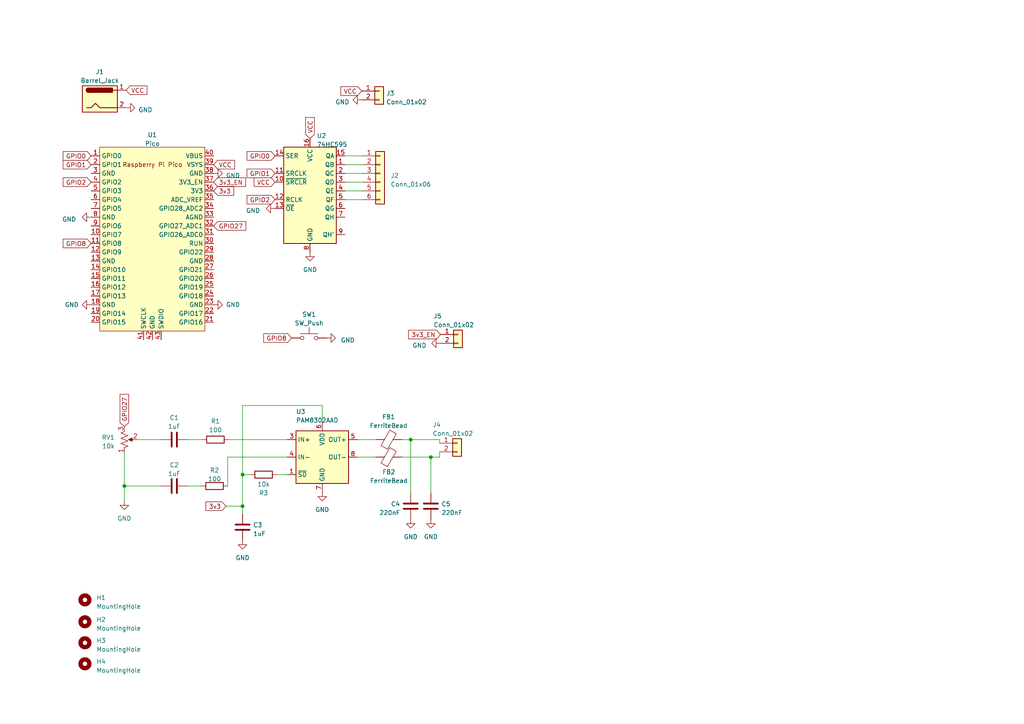
<source format=kicad_sch>
(kicad_sch (version 20230121) (generator eeschema)
  (paper "A4")
  (lib_symbols
    (symbol "74xx:74HC595"
      (property "Reference" "U" (at -7.62 13.97 0))
      (property "Value" "74HC595" (at -7.62 -16.51 0))
      (symbol "74HC595_1_0"
        (pin tri_state line (at 10.16 7.62 180) (length 2.54) (name "QB") (number "1"))
        (pin input line (at -10.16 2.54 0) (length 2.54) (name "~{SRCLR}") (number "10"))
        (pin input line (at -10.16 5.08 0) (length 2.54) (name "SRCLK") (number "11"))
        (pin input line (at -10.16 -2.54 0) (length 2.54) (name "RCLK") (number "12"))
        (pin input line (at -10.16 -5.08 0) (length 2.54) (name "~{OE}") (number "13"))
        (pin input line (at -10.16 10.16 0) (length 2.54) (name "SER") (number "14"))
        (pin tri_state line (at 10.16 10.16 180) (length 2.54) (name "QA") (number "15"))
        (pin power_in line (at 0 15.24 270) (length 2.54) (name "VCC") (number "16"))
        (pin tri_state line (at 10.16 5.08 180) (length 2.54) (name "QC") (number "2"))
        (pin tri_state line (at 10.16 2.54 180) (length 2.54) (name "QD") (number "3"))
        (pin tri_state line (at 10.16 0 180) (length 2.54) (name "QE") (number "4"))
        (pin tri_state line (at 10.16 -2.54 180) (length 2.54) (name "QF") (number "5"))
        (pin tri_state line (at 10.16 -5.08 180) (length 2.54) (name "QG") (number "6"))
        (pin tri_state line (at 10.16 -7.62 180) (length 2.54) (name "QH") (number "7"))
        (pin power_in line (at 0 -17.78 90) (length 2.54) (name "GND") (number "8"))
        (pin output line (at 10.16 -12.7 180) (length 2.54) (name "QH'") (number "9"))
      )
      (symbol "74HC595_1_1"
        (rectangle (start -7.62 12.7) (end 7.62 -15.24) (stroke (width 0.254)) (fill (type background)))
      )
    )
    (symbol "Amplifier_Audio:PAM8302AAD"
      (property "Reference" "U" (at 7.62 11.43 0))
      (property "Value" "PAM8302AAD" (at 7.62 8.89 0))
      (symbol "PAM8302AAD_0_1"
        (rectangle (start -7.62 7.62) (end 7.62 -7.62) (stroke (width 0.254)) (fill (type background)))
      )
      (symbol "PAM8302AAD_1_1"
        (pin input line (at -10.16 -5.08 0) (length 2.54) (name "~{SD}") (number "1"))
        (pin no_connect line (at 7.62 -5.08 180) (length 2.54) hide (name "NC") (number "2"))
        (pin input line (at -10.16 5.08 0) (length 2.54) (name "IN+") (number "3"))
        (pin input line (at -10.16 0 0) (length 2.54) (name "IN-") (number "4"))
        (pin output line (at 10.16 5.08 180) (length 2.54) (name "OUT+") (number "5"))
        (pin power_in line (at 0 10.16 270) (length 2.54) (name "VDD") (number "6"))
        (pin power_in line (at 0 -10.16 90) (length 2.54) (name "GND") (number "7"))
        (pin output line (at 10.16 0 180) (length 2.54) (name "OUT-") (number "8"))
      )
    )
    (symbol "Connector:Barrel_Jack" (pin_names (offset 1.016))
      (property "Reference" "J" (at 0 5.334 0))
      (property "Value" "Barrel_Jack" (at 0 -5.08 0))
      (symbol "Barrel_Jack_0_1"
        (rectangle (start -5.08 3.81) (end 5.08 -3.81) (stroke (width 0.254)) (fill (type background)))
        (arc (start -3.302 3.175) (mid -3.9343 2.54) (end -3.302 1.905) (stroke (width 0.254)))
        (arc (start -3.302 3.175) (mid -3.9343 2.54) (end -3.302 1.905) (stroke (width 0.254)) (fill (type outline)))
        (polyline (pts (xy 5.08 2.54) (xy 3.81 2.54)) (stroke (width 0.254)))
        (polyline (pts (xy -3.81 -2.54) (xy -2.54 -2.54) (xy -1.27 -1.27) (xy 0 -2.54) (xy 2.54 -2.54) (xy 5.08 -2.54)) (stroke (width 0.254)))
        (rectangle (start 3.683 3.175) (end -3.302 1.905) (stroke (width 0.254)) (fill (type outline)))
      )
      (symbol "Barrel_Jack_1_1"
        (pin passive line (at 7.62 2.54 180) (length 2.54) (name "~") (number "1"))
        (pin passive line (at 7.62 -2.54 180) (length 2.54) (name "~") (number "2"))
      )
    )
    (symbol "Connector_Generic:Conn_01x02" (pin_names (offset 1.016) hide)
      (property "Reference" "J" (at 0 2.54 0))
      (property "Value" "Conn_01x02" (at 0 -5.08 0))
      (symbol "Conn_01x02_1_1"
        (rectangle (start -1.27 -2.413) (end 0 -2.667) (stroke (width 0.1524)))
        (rectangle (start -1.27 0.127) (end 0 -0.127) (stroke (width 0.1524)))
        (rectangle (start -1.27 1.27) (end 1.27 -3.81) (stroke (width 0.254)) (fill (type background)))
        (pin passive line (at -5.08 0 0) (length 3.81) (name "Pin_1") (number "1"))
        (pin passive line (at -5.08 -2.54 0) (length 3.81) (name "Pin_2") (number "2"))
      )
    )
    (symbol "Connector_Generic:Conn_01x06" (pin_names (offset 1.016) hide)
      (property "Reference" "J" (at 0 7.62 0))
      (property "Value" "Conn_01x06" (at 0 -10.16 0))
      (symbol "Conn_01x06_1_1"
        (rectangle (start -1.27 -7.493) (end 0 -7.747) (stroke (width 0.1524)))
        (rectangle (start -1.27 -4.953) (end 0 -5.207) (stroke (width 0.1524)))
        (rectangle (start -1.27 -2.413) (end 0 -2.667) (stroke (width 0.1524)))
        (rectangle (start -1.27 0.127) (end 0 -0.127) (stroke (width 0.1524)))
        (rectangle (start -1.27 2.667) (end 0 2.413) (stroke (width 0.1524)))
        (rectangle (start -1.27 5.207) (end 0 4.953) (stroke (width 0.1524)))
        (rectangle (start -1.27 6.35) (end 1.27 -8.89) (stroke (width 0.254)) (fill (type background)))
        (pin passive line (at -5.08 5.08 0) (length 3.81) (name "Pin_1") (number "1"))
        (pin passive line (at -5.08 2.54 0) (length 3.81) (name "Pin_2") (number "2"))
        (pin passive line (at -5.08 0 0) (length 3.81) (name "Pin_3") (number "3"))
        (pin passive line (at -5.08 -2.54 0) (length 3.81) (name "Pin_4") (number "4"))
        (pin passive line (at -5.08 -5.08 0) (length 3.81) (name "Pin_5") (number "5"))
        (pin passive line (at -5.08 -7.62 0) (length 3.81) (name "Pin_6") (number "6"))
      )
    )
    (symbol "Device:C" (pin_numbers hide) (pin_names (offset 0.254))
      (property "Reference" "C" (at 0.635 2.54 0))
      (property "Value" "C" (at 0.635 -2.54 0))
      (symbol "C_0_1"
        (polyline (pts (xy -2.032 -0.762) (xy 2.032 -0.762)) (stroke (width 0.508)))
        (polyline (pts (xy -2.032 0.762) (xy 2.032 0.762)) (stroke (width 0.508)))
      )
      (symbol "C_1_1"
        (pin passive line (at 0 3.81 270) (length 2.794) (name "~") (number "1"))
        (pin passive line (at 0 -3.81 90) (length 2.794) (name "~") (number "2"))
      )
    )
    (symbol "Device:FerriteBead" (pin_numbers hide) (pin_names (offset 0))
      (property "Reference" "FB" (at -3.81 0.635 90))
      (property "Value" "FerriteBead" (at 3.81 0 90))
      (symbol "FerriteBead_0_1"
        (polyline (pts (xy 0 -1.27) (xy 0 -1.2192)))
        (polyline (pts (xy 0 1.27) (xy 0 1.2954)))
        (polyline (pts (xy -2.7686 0.4064) (xy -1.7018 2.2606) (xy 2.7686 -0.3048) (xy 1.6764 -2.159) (xy -2.7686 0.4064)))
      )
      (symbol "FerriteBead_1_1"
        (pin passive line (at 0 3.81 270) (length 2.54) (name "~") (number "1"))
        (pin passive line (at 0 -3.81 90) (length 2.54) (name "~") (number "2"))
      )
    )
    (symbol "Device:R" (pin_numbers hide) (pin_names (offset 0))
      (property "Reference" "R" (at 2.032 0 90))
      (property "Value" "R" (at 0 0 90))
      (symbol "R_0_1"
        (rectangle (start -1.016 -2.54) (end 1.016 2.54) (stroke (width 0.254)))
      )
      (symbol "R_1_1"
        (pin passive line (at 0 3.81 270) (length 1.27) (name "~") (number "1"))
        (pin passive line (at 0 -3.81 90) (length 1.27) (name "~") (number "2"))
      )
    )
    (symbol "Device:R_Potentiometer_US" (pin_names (offset 1.016) hide)
      (property "Reference" "RV" (at -4.445 0 90))
      (property "Value" "R_Potentiometer_US" (at -2.54 0 90))
      (symbol "R_Potentiometer_US_0_1"
        (polyline (pts (xy 0 -2.286) (xy 0 -2.54)))
        (polyline (pts (xy 0 2.54) (xy 0 2.286)))
        (polyline (pts (xy 2.54 0) (xy 1.524 0)))
        (polyline (pts (xy 1.143 0) (xy 2.286 0.508) (xy 2.286 -0.508) (xy 1.143 0)) (fill (type outline)))
        (polyline (pts (xy 0 -0.762) (xy 1.016 -1.143) (xy 0 -1.524) (xy -1.016 -1.905) (xy 0 -2.286)))
        (polyline (pts (xy 0 0.762) (xy 1.016 0.381) (xy 0 0) (xy -1.016 -0.381) (xy 0 -0.762)))
        (polyline (pts (xy 0 2.286) (xy 1.016 1.905) (xy 0 1.524) (xy -1.016 1.143) (xy 0 0.762)))
      )
      (symbol "R_Potentiometer_US_1_1"
        (pin passive line (at 0 3.81 270) (length 1.27) (name "1") (number "1"))
        (pin passive line (at 3.81 0 180) (length 1.27) (name "2") (number "2"))
        (pin passive line (at 0 -3.81 90) (length 1.27) (name "3") (number "3"))
      )
    )
    (symbol "MCU_RaspberryPi_and_Boards:Pico"
      (property "Reference" "U" (at -13.97 27.94 0))
      (property "Value" "Pico" (at 0 19.05 0))
      (symbol "Pico_0_0"
        (text "Raspberry Pi Pico" (at 0 21.59 0) (effects (font (size 1.27 1.27))))
      )
      (symbol "Pico_0_1"
        (rectangle (start -15.24 26.67) (end 15.24 -26.67) (fill (type background)))
      )
      (symbol "Pico_1_1"
        (pin bidirectional line (at -17.78 24.13 0) (length 2.54) (name "GPIO0") (number "1"))
        (pin bidirectional line (at -17.78 1.27 0) (length 2.54) (name "GPIO7") (number "10"))
        (pin bidirectional line (at -17.78 -1.27 0) (length 2.54) (name "GPIO8") (number "11"))
        (pin bidirectional line (at -17.78 -3.81 0) (length 2.54) (name "GPIO9") (number "12"))
        (pin power_in line (at -17.78 -6.35 0) (length 2.54) (name "GND") (number "13"))
        (pin bidirectional line (at -17.78 -8.89 0) (length 2.54) (name "GPIO10") (number "14"))
        (pin bidirectional line (at -17.78 -11.43 0) (length 2.54) (name "GPIO11") (number "15"))
        (pin bidirectional line (at -17.78 -13.97 0) (length 2.54) (name "GPIO12") (number "16"))
        (pin bidirectional line (at -17.78 -16.51 0) (length 2.54) (name "GPIO13") (number "17"))
        (pin power_in line (at -17.78 -19.05 0) (length 2.54) (name "GND") (number "18"))
        (pin bidirectional line (at -17.78 -21.59 0) (length 2.54) (name "GPIO14") (number "19"))
        (pin bidirectional line (at -17.78 21.59 0) (length 2.54) (name "GPIO1") (number "2"))
        (pin bidirectional line (at -17.78 -24.13 0) (length 2.54) (name "GPIO15") (number "20"))
        (pin bidirectional line (at 17.78 -24.13 180) (length 2.54) (name "GPIO16") (number "21"))
        (pin bidirectional line (at 17.78 -21.59 180) (length 2.54) (name "GPIO17") (number "22"))
        (pin power_in line (at 17.78 -19.05 180) (length 2.54) (name "GND") (number "23"))
        (pin bidirectional line (at 17.78 -16.51 180) (length 2.54) (name "GPIO18") (number "24"))
        (pin bidirectional line (at 17.78 -13.97 180) (length 2.54) (name "GPIO19") (number "25"))
        (pin bidirectional line (at 17.78 -11.43 180) (length 2.54) (name "GPIO20") (number "26"))
        (pin bidirectional line (at 17.78 -8.89 180) (length 2.54) (name "GPIO21") (number "27"))
        (pin power_in line (at 17.78 -6.35 180) (length 2.54) (name "GND") (number "28"))
        (pin bidirectional line (at 17.78 -3.81 180) (length 2.54) (name "GPIO22") (number "29"))
        (pin power_in line (at -17.78 19.05 0) (length 2.54) (name "GND") (number "3"))
        (pin input line (at 17.78 -1.27 180) (length 2.54) (name "RUN") (number "30"))
        (pin bidirectional line (at 17.78 1.27 180) (length 2.54) (name "GPIO26_ADC0") (number "31"))
        (pin bidirectional line (at 17.78 3.81 180) (length 2.54) (name "GPIO27_ADC1") (number "32"))
        (pin power_in line (at 17.78 6.35 180) (length 2.54) (name "AGND") (number "33"))
        (pin bidirectional line (at 17.78 8.89 180) (length 2.54) (name "GPIO28_ADC2") (number "34"))
        (pin power_in line (at 17.78 11.43 180) (length 2.54) (name "ADC_VREF") (number "35"))
        (pin power_in line (at 17.78 13.97 180) (length 2.54) (name "3V3") (number "36"))
        (pin input line (at 17.78 16.51 180) (length 2.54) (name "3V3_EN") (number "37"))
        (pin bidirectional line (at 17.78 19.05 180) (length 2.54) (name "GND") (number "38"))
        (pin power_in line (at 17.78 21.59 180) (length 2.54) (name "VSYS") (number "39"))
        (pin bidirectional line (at -17.78 16.51 0) (length 2.54) (name "GPIO2") (number "4"))
        (pin power_in line (at 17.78 24.13 180) (length 2.54) (name "VBUS") (number "40"))
        (pin input line (at -2.54 -29.21 90) (length 2.54) (name "SWCLK") (number "41"))
        (pin power_in line (at 0 -29.21 90) (length 2.54) (name "GND") (number "42"))
        (pin bidirectional line (at 2.54 -29.21 90) (length 2.54) (name "SWDIO") (number "43"))
        (pin bidirectional line (at -17.78 13.97 0) (length 2.54) (name "GPIO3") (number "5"))
        (pin bidirectional line (at -17.78 11.43 0) (length 2.54) (name "GPIO4") (number "6"))
        (pin bidirectional line (at -17.78 8.89 0) (length 2.54) (name "GPIO5") (number "7"))
        (pin power_in line (at -17.78 6.35 0) (length 2.54) (name "GND") (number "8"))
        (pin bidirectional line (at -17.78 3.81 0) (length 2.54) (name "GPIO6") (number "9"))
      )
    )
    (symbol "Mechanical:MountingHole" (pin_names (offset 1.016))
      (property "Reference" "H" (at 0 5.08 0))
      (property "Value" "MountingHole" (at 0 3.175 0))
      (symbol "MountingHole_0_1"
        (circle (center 0 0) (radius 1.27) (stroke (width 1.27)))
      )
    )
    (symbol "Switch:SW_Push" (pin_numbers hide) (pin_names (offset 1.016) hide)
      (property "Reference" "SW" (at 1.27 2.54 0))
      (property "Value" "SW_Push" (at 0 -1.524 0))
      (symbol "SW_Push_0_1"
        (circle (center -2.032 0) (radius 0.508))
        (polyline (pts (xy 0 1.27) (xy 0 3.048)))
        (polyline (pts (xy 2.54 1.27) (xy -2.54 1.27)))
        (circle (center 2.032 0) (radius 0.508))
        (pin passive line (at -5.08 0 0) (length 2.54) (name "1") (number "1"))
        (pin passive line (at 5.08 0 180) (length 2.54) (name "2") (number "2"))
      )
    )
    (symbol "power:GND" (power) (pin_names (offset 0))
      (property "Value" "GND" (at 0 -3.81 0))
      (symbol "GND_0_1"
        (polyline (pts (xy 0 0) (xy 0 -1.27) (xy 1.27 -1.27) (xy 0 -2.54) (xy -1.27 -1.27) (xy 0 -1.27)))
      )
      (symbol "GND_1_1"
        (pin power_in line (at 0 0 270) (length 0) hide (name "GND") (number "1"))
      )
    )
  )
  (junction (at 36.068 140.97))
  (junction (at 119.126 127.508))
  (junction (at 124.968 132.588))
  (junction (at 70.358 137.668))
  (junction (at 70.358 146.812))
  (wire (pts (xy 119.126 127.508) (xy 127.508 127.508)))
  (wire (pts (xy 72.644 137.668) (xy 70.358 137.668)))
  (wire (pts (xy 116.586 127.508) (xy 119.126 127.508)))
  (wire (pts (xy 100.076 57.912) (xy 105.156 57.912)))
  (wire (pts (xy 103.632 127.508) (xy 108.966 127.508)))
  (wire (pts (xy 124.968 132.588) (xy 124.968 143.002)))
  (wire (pts (xy 46.736 140.97) (xy 36.068 140.97)))
  (wire (pts (xy 66.04 132.588) (xy 83.312 132.588)))
  (wire (pts (xy 36.068 140.97) (xy 36.068 145.288)))
  (wire (pts (xy 70.358 117.602) (xy 70.358 137.668)))
  (wire (pts (xy 54.356 140.97) (xy 58.42 140.97)))
  (wire (pts (xy 100.076 45.212) (xy 105.156 45.212)))
  (wire (pts (xy 100.076 55.372) (xy 105.156 55.372)))
  (wire (pts (xy 93.472 117.602) (xy 93.472 122.428)))
  (wire (pts (xy 100.076 52.832) (xy 105.156 52.832)))
  (wire (pts (xy 54.356 127.508) (xy 58.674 127.508)))
  (wire (pts (xy 70.358 137.668) (xy 70.358 146.812)))
  (wire (pts (xy 119.126 127.508) (xy 119.126 143.002)))
  (wire (pts (xy 80.264 137.668) (xy 83.312 137.668)))
  (wire (pts (xy 100.076 50.292) (xy 105.156 50.292)))
  (wire (pts (xy 100.076 47.752) (xy 105.156 47.752)))
  (wire (pts (xy 39.878 127.508) (xy 46.736 127.508)))
  (wire (pts (xy 93.472 117.602) (xy 70.358 117.602)))
  (wire (pts (xy 36.068 140.97) (xy 36.068 131.318)))
  (wire (pts (xy 127.508 127.508) (xy 127.508 128.524)))
  (wire (pts (xy 124.968 132.588) (xy 127.508 132.588)))
  (wire (pts (xy 127.508 132.588) (xy 127.508 131.064)))
  (wire (pts (xy 66.294 127.508) (xy 83.312 127.508)))
  (wire (pts (xy 66.04 140.97) (xy 66.04 132.588)))
  (wire (pts (xy 70.358 146.812) (xy 70.358 149.098)))
  (wire (pts (xy 116.586 132.588) (xy 124.968 132.588)))
  (wire (pts (xy 103.632 132.588) (xy 108.966 132.588)))
  (wire (pts (xy 65.532 146.812) (xy 70.358 146.812)))
  (global_label "GPIO2" (shape input) (at 79.756 57.912 180) (property "Intersheetrefs" "${INTERSHEET_REFS}" (effects hide)))
  (global_label "GPIO27" (shape input) (at 36.068 123.698 90) (property "Intersheetrefs" "${INTERSHEET_REFS}" (effects hide)))
  (global_label "3v3_EN" (shape input) (at 61.976 52.832 0) (property "Intersheetrefs" "${INTERSHEET_REFS}" (effects hide)))
  (global_label "GPIO1" (shape input) (at 26.416 47.752 180) (property "Intersheetrefs" "${INTERSHEET_REFS}" (effects hide)))
  (global_label "GPIO8" (shape input) (at 84.582 98.044 180) (property "Intersheetrefs" "${INTERSHEET_REFS}" (effects hide)))
  (global_label "VCC" (shape input) (at 61.976 47.752 0) (property "Intersheetrefs" "${INTERSHEET_REFS}" (effects hide)))
  (global_label "3v3" (shape input) (at 61.976 55.372 0) (property "Intersheetrefs" "${INTERSHEET_REFS}" (effects hide)))
  (global_label "VCC" (shape input) (at 79.756 52.832 180) (property "Intersheetrefs" "${INTERSHEET_REFS}" (effects hide)))
  (global_label "3v3_EN" (shape input) (at 127.762 97.028 180) (property "Intersheetrefs" "${INTERSHEET_REFS}" (effects hide)))
  (global_label "GPIO1" (shape input) (at 79.756 50.292 180) (property "Intersheetrefs" "${INTERSHEET_REFS}" (effects hide)))
  (global_label "3v3" (shape input) (at 65.532 146.812 180) (property "Intersheetrefs" "${INTERSHEET_REFS}" (effects hide)))
  (global_label "GPIO2" (shape input) (at 26.416 52.832 180) (property "Intersheetrefs" "${INTERSHEET_REFS}" (effects hide)))
  (global_label "GPIO8" (shape input) (at 26.416 70.612 180) (property "Intersheetrefs" "${INTERSHEET_REFS}" (effects hide)))
  (global_label "VCC" (shape input) (at 104.902 26.416 180) (property "Intersheetrefs" "${INTERSHEET_REFS}" (effects hide)))
  (global_label "GPIO0" (shape input) (at 26.416 45.212 180) (property "Intersheetrefs" "${INTERSHEET_REFS}" (effects hide)))
  (global_label "VCC" (shape input) (at 36.576 26.162 0) (property "Intersheetrefs" "${INTERSHEET_REFS}" (effects hide)))
  (global_label "GPIO0" (shape input) (at 79.756 45.212 180) (property "Intersheetrefs" "${INTERSHEET_REFS}" (effects hide)))
  (global_label "VCC" (shape input) (at 89.916 40.132 90) (property "Intersheetrefs" "${INTERSHEET_REFS}" (effects hide)))
  (global_label "GPIO27" (shape input) (at 61.976 65.532 0) (property "Intersheetrefs" "${INTERSHEET_REFS}" (effects hide)))
  (symbol (lib_id "Amplifier_Audio:PAM8302AAD") (at 93.472 132.588 0) (unit 1)
    (property "Reference" "U3" (at 85.852 119.38 0) (effects (justify left)))
    (property "Value" "PAM8302AAD" (at 85.852 121.92 0) (effects (justify left)))
    (property "Footprint" "Package_SO:Diodes_PSOP-8" (effects hide))
    (property "Datasheet" "https://www.diodes.com/assets/Datasheets/PAM8302A.pdf" (effects hide))
  )
  (symbol (lib_id "Connector_Generic:Conn_01x06") (at 110.236 50.292 0) (unit 1)
    (property "Reference" "J2" (at 113.284 50.927 0) (effects (justify left)))
    (property "Value" "Conn_01x06" (at 113.284 53.467 0) (effects (justify left)))
    (property "Footprint" "TerminalBlock_Phoenix:TerminalBlock_Phoenix_MKDS-1,5-6_1x06_P5.00mm_Horizontal" (effects hide))
  )
  (symbol (lib_id "power:GND") (at 119.126 150.622 0) (unit 1)
    (property "Reference" "#PWR07" (effects hide))
    (property "Value" "GND" (at 119.126 155.702 0))
  )
  (symbol (lib_id "power:GND") (at 124.968 150.622 0) (unit 1)
    (property "Reference" "#PWR08" (effects hide))
    (property "Value" "GND" (at 124.968 155.702 0))
  )
  (symbol (lib_id "power:GND") (at 79.756 60.452 270) (unit 1)
    (property "Reference" "#PWR013" (effects hide))
    (property "Value" "GND" (at 75.438 61.087 90) (effects (justify right)))
  )
  (symbol (lib_id "power:GND") (at 36.576 31.242 90) (unit 1)
    (property "Reference" "#PWR01" (effects hide))
    (property "Value" "GND" (at 40.132 31.877 90) (effects (justify right)))
  )
  (symbol (lib_id "Connector_Generic:Conn_01x02") (at 132.588 128.524 0) (unit 1)
    (property "Reference" "J4" (at 125.476 123.19 0) (effects (justify left)))
    (property "Value" "Conn_01x02" (at 125.476 125.73 0) (effects (justify left)))
    (property "Footprint" "TerminalBlock_Phoenix:TerminalBlock_Phoenix_MKDS-1,5-2_1x02_P5.00mm_Horizontal" (effects hide))
  )
  (symbol (lib_id "Connector:Barrel_Jack") (at 28.956 28.702 0) (unit 1)
    (property "Reference" "J1" (at 28.956 20.828 0))
    (property "Value" "Barrel_Jack" (at 28.956 23.368 0))
    (property "Footprint" "Connector_BarrelJack:BarrelJack_CUI_PJ-063AH_Horizontal" (effects hide))
  )
  (symbol (lib_id "power:GND") (at 26.416 88.392 270) (unit 1)
    (property "Reference" "#PWR015" (effects hide))
    (property "Value" "GND" (at 22.86 88.392 90) (effects (justify right)))
  )
  (symbol (lib_id "Mechanical:MountingHole") (at 24.638 180.34 0) (unit 1)
    (property "Reference" "H2" (at 27.94 179.705 0) (effects (justify left)))
    (property "Value" "MountingHole" (at 27.94 182.245 0) (effects (justify left)))
    (property "Footprint" "MountingHole:MountingHole_2.2mm_M2_Pad" (effects hide))
  )
  (symbol (lib_id "Device:C") (at 124.968 146.812 180) (unit 1)
    (property "Reference" "C5" (at 128.016 146.177 0) (effects (justify right)))
    (property "Value" "220nF" (at 128.016 148.717 0) (effects (justify right)))
    (property "Footprint" "Capacitor_SMD:C_0805_2012Metric_Pad1.18x1.45mm_HandSolder" (effects hide))
  )
  (symbol (lib_id "power:GND") (at 89.916 73.152 0) (unit 1)
    (property "Reference" "#PWR03" (effects hide))
    (property "Value" "GND" (at 89.916 78.232 0))
  )
  (symbol (lib_id "power:GND") (at 36.068 145.288 0) (unit 1)
    (property "Reference" "#PWR012" (effects hide))
    (property "Value" "GND" (at 36.068 150.368 0))
  )
  (symbol (lib_id "power:GND") (at 61.976 88.392 90) (unit 1)
    (property "Reference" "#PWR014" (effects hide))
    (property "Value" "GND" (at 65.532 88.392 90) (effects (justify right)))
  )
  (symbol (lib_id "power:GND") (at 94.742 98.044 90) (unit 1)
    (property "Reference" "#PWR09" (effects hide))
    (property "Value" "GND" (at 98.806 98.679 90) (effects (justify right)))
  )
  (symbol (lib_id "Device:R") (at 76.454 137.668 90) (mirror x) (unit 1)
    (property "Reference" "R3" (at 76.454 143.002 90))
    (property "Value" "10k" (at 76.454 140.462 90))
    (property "Footprint" "Resistor_SMD:R_0805_2012Metric_Pad1.20x1.40mm_HandSolder" (effects hide))
  )
  (symbol (lib_id "Device:R") (at 62.484 127.508 270) (unit 1)
    (property "Reference" "R1" (at 62.484 122.174 90))
    (property "Value" "100" (at 62.484 124.714 90))
    (property "Footprint" "Resistor_SMD:R_0805_2012Metric_Pad1.20x1.40mm_HandSolder" (effects hide))
  )
  (symbol (lib_id "power:GND") (at 127.762 99.568 270) (unit 1)
    (property "Reference" "#PWR011" (effects hide))
    (property "Value" "GND" (at 123.698 100.203 90) (effects (justify right)))
  )
  (symbol (lib_id "Device:C") (at 119.126 146.812 0) (mirror x) (unit 1)
    (property "Reference" "C4" (at 116.078 146.177 0) (effects (justify right)))
    (property "Value" "220nF" (at 116.078 148.717 0) (effects (justify right)))
    (property "Footprint" "Capacitor_SMD:C_0805_2012Metric_Pad1.18x1.45mm_HandSolder" (effects hide))
  )
  (symbol (lib_id "Device:FerriteBead") (at 112.776 132.588 90) (unit 1)
    (property "Reference" "FB2" (at 112.776 136.906 90))
    (property "Value" "FerriteBead" (at 112.776 139.446 90))
    (property "Footprint" "Resistor_SMD:R_1210_3225Metric_Pad1.30x2.65mm_HandSolder" (effects hide))
  )
  (symbol (lib_id "power:GND") (at 93.472 142.748 0) (unit 1)
    (property "Reference" "#PWR06" (effects hide))
    (property "Value" "GND" (at 93.472 147.828 0))
  )
  (symbol (lib_id "power:GND") (at 26.416 62.992 270) (unit 1)
    (property "Reference" "#PWR010" (effects hide))
    (property "Value" "GND" (at 22.098 63.627 90) (effects (justify right)))
  )
  (symbol (lib_id "Device:C") (at 70.358 152.908 180) (unit 1)
    (property "Reference" "C3" (at 73.406 152.273 0) (effects (justify right)))
    (property "Value" "1uF" (at 73.406 154.813 0) (effects (justify right)))
    (property "Footprint" "Capacitor_SMD:C_0805_2012Metric_Pad1.18x1.45mm_HandSolder" (effects hide))
  )
  (symbol (lib_id "Device:C") (at 50.546 140.97 90) (unit 1)
    (property "Reference" "C2" (at 50.546 134.874 90))
    (property "Value" "1uF" (at 50.546 137.414 90))
    (property "Footprint" "Capacitor_SMD:C_0805_2012Metric_Pad1.18x1.45mm_HandSolder" (effects hide))
  )
  (symbol (lib_id "74xx:74HC595") (at 89.916 55.372 0) (unit 1)
    (property "Reference" "U2" (at 91.8719 39.37 0) (effects (justify left)))
    (property "Value" "74HC595" (at 91.8719 41.91 0) (effects (justify left)))
    (property "Footprint" "Package_SO:SOIC-16_3.9x9.9mm_P1.27mm" (effects hide))
    (property "Datasheet" "http://www.ti.com/lit/ds/symlink/sn74hc595.pdf" (effects hide))
  )
  (symbol (lib_id "power:GND") (at 70.358 156.718 0) (unit 1)
    (property "Reference" "#PWR05" (effects hide))
    (property "Value" "GND" (at 70.358 161.798 0))
  )
  (symbol (lib_id "Connector_Generic:Conn_01x02") (at 109.982 26.416 0) (unit 1)
    (property "Reference" "J3" (at 112.014 27.051 0) (effects (justify left)))
    (property "Value" "Conn_01x02" (at 112.014 29.591 0) (effects (justify left)))
    (property "Footprint" "TerminalBlock_Phoenix:TerminalBlock_Phoenix_MKDS-1,5-2_1x02_P5.00mm_Horizontal" (effects hide))
  )
  (symbol (lib_id "power:GND") (at 61.976 50.292 90) (unit 1)
    (property "Reference" "#PWR02" (effects hide))
    (property "Value" "GND" (at 65.532 50.927 90) (effects (justify right)))
  )
  (symbol (lib_id "Mechanical:MountingHole") (at 24.638 192.532 0) (unit 1)
    (property "Reference" "H4" (at 27.94 191.897 0) (effects (justify left)))
    (property "Value" "MountingHole" (at 27.94 194.437 0) (effects (justify left)))
    (property "Footprint" "MountingHole:MountingHole_2.2mm_M2_Pad" (effects hide))
  )
  (symbol (lib_id "Device:R_Potentiometer_US") (at 36.068 127.508 0) (mirror x) (unit 1)
    (property "Reference" "RV1" (at 33.274 126.873 0) (effects (justify right)))
    (property "Value" "10k" (at 33.274 129.413 0) (effects (justify right)))
    (property "Footprint" "Potentiometer_THT:Potentiometer_ACP_CA9-H3,8_Horizontal" (effects hide))
  )
  (symbol (lib_id "Mechanical:MountingHole") (at 24.638 173.99 0) (unit 1)
    (property "Reference" "H1" (at 27.94 173.355 0) (effects (justify left)))
    (property "Value" "MountingHole" (at 27.94 175.895 0) (effects (justify left)))
    (property "Footprint" "MountingHole:MountingHole_2.2mm_M2_Pad" (effects hide))
  )
  (symbol (lib_id "MCU_RaspberryPi_and_Boards:Pico") (at 44.196 69.342 0) (unit 1)
    (property "Reference" "U1" (at 44.196 39.116 0))
    (property "Value" "Pico" (at 44.196 41.656 0))
    (property "Footprint" "MCU_RaspberryPi_and_Boards:RPi_Pico_SMD_TH" (effects hide))
  )
  (symbol (lib_id "Switch:SW_Push") (at 89.662 98.044 0) (unit 1)
    (property "Reference" "SW1" (at 89.662 91.186 0))
    (property "Value" "SW_Push" (at 89.662 93.726 0))
    (property "Footprint" "TerminalBlock_Phoenix:TerminalBlock_Phoenix_MKDS-1,5-2_1x02_P5.00mm_Horizontal" (effects hide))
  )
  (symbol (lib_id "Connector_Generic:Conn_01x02") (at 132.842 97.028 0) (unit 1)
    (property "Reference" "J5" (at 125.73 91.694 0) (effects (justify left)))
    (property "Value" "Conn_01x02" (at 125.73 94.234 0) (effects (justify left)))
    (property "Footprint" "TerminalBlock_Phoenix:TerminalBlock_Phoenix_MKDS-1,5-2_1x02_P5.00mm_Horizontal" (effects hide))
  )
  (symbol (lib_id "Mechanical:MountingHole") (at 24.638 186.436 0) (unit 1)
    (property "Reference" "H3" (at 27.94 185.801 0) (effects (justify left)))
    (property "Value" "MountingHole" (at 27.94 188.341 0) (effects (justify left)))
    (property "Footprint" "MountingHole:MountingHole_2.2mm_M2_Pad" (effects hide))
  )
  (symbol (lib_id "power:GND") (at 104.902 28.956 270) (unit 1)
    (property "Reference" "#PWR04" (effects hide))
    (property "Value" "GND" (at 101.346 29.591 90) (effects (justify right)))
  )
  (symbol (lib_id "Device:C") (at 50.546 127.508 90) (unit 1)
    (property "Reference" "C1" (at 50.546 121.158 90))
    (property "Value" "1uF" (at 50.546 123.698 90))
    (property "Footprint" "Capacitor_SMD:C_0805_2012Metric_Pad1.18x1.45mm_HandSolder" (effects hide))
  )
  (symbol (lib_id "Device:R") (at 62.23 140.97 270) (unit 1)
    (property "Reference" "R2" (at 62.23 136.398 90))
    (property "Value" "100" (at 62.23 138.938 90))
    (property "Footprint" "Resistor_SMD:R_0805_2012Metric_Pad1.20x1.40mm_HandSolder" (effects hide))
  )
  (symbol (lib_id "Device:FerriteBead") (at 112.776 127.508 90) (unit 1)
    (property "Reference" "FB1" (at 112.7252 120.904 90))
    (property "Value" "FerriteBead" (at 112.7252 123.444 90))
    (property "Footprint" "Resistor_SMD:R_1210_3225Metric_Pad1.30x2.65mm_HandSolder" (effects hide))
  )
)
</source>
